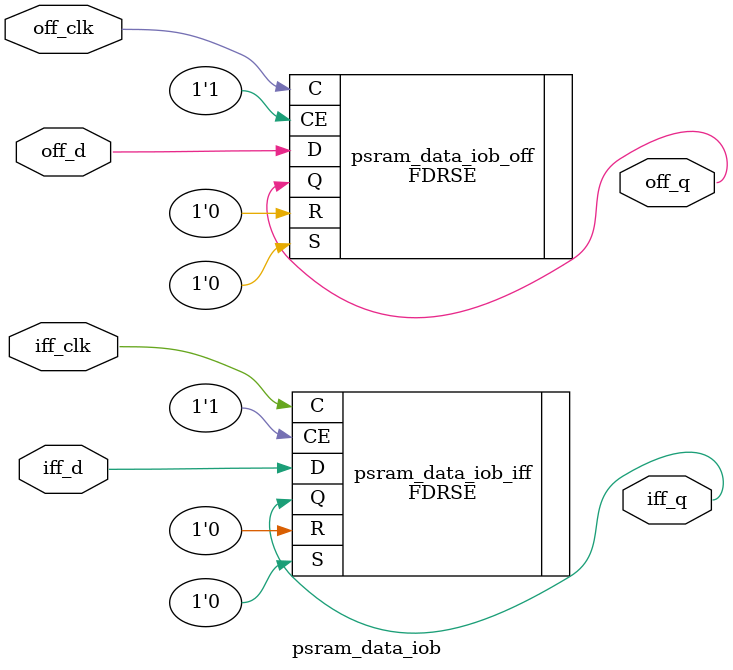
<source format=v>

module psram_data_iob
(
    input              iff_d,
    output             iff_q,
    input              iff_clk,
    input              off_d,
    output             off_q,
    input              off_clk
);

// attribute iob                 : string;
// attribute iob of  psram_data_iob_iff : label is "true";
// attribute iob of  psram_data_iob_off : label is "true";

//input
(* iob = "true" *) FDRSE #(
    .INIT(1'b0)
) psram_data_iob_iff (
    .Q(iff_q),
    .C(iff_clk),
    .CE(1'b1),
    .D(iff_d),
    .R(1'b0),
    .S(1'b0)
);

//output
(* iob = "true" *) FDRSE #(
    .INIT(1'b0)
) psram_data_iob_off (
    .Q(off_q),
    .C(off_clk),
    .CE(1'b1),
    .D(off_d),
    .R(1'b0),
    .S(1'b0)
);

endmodule

</source>
